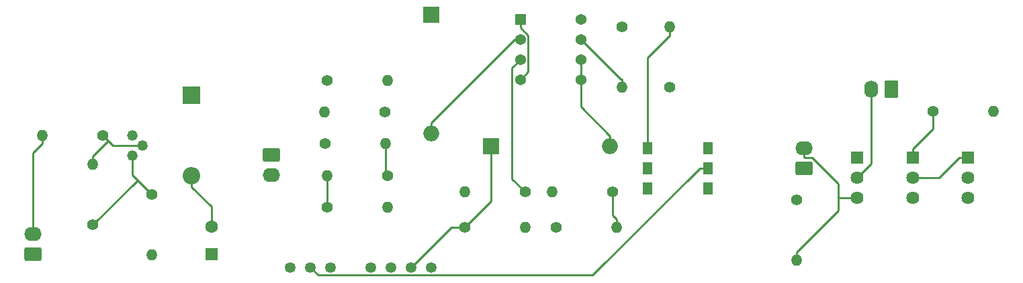
<source format=gbr>
%TF.GenerationSoftware,KiCad,Pcbnew,(6.0.2)*%
%TF.CreationDate,2022-03-20T13:20:32+09:00*%
%TF.ProjectId,TSAL&VOLTAGE_INDICATOR (1),5453414c-2656-44f4-9c54-4147455f494e,rev?*%
%TF.SameCoordinates,Original*%
%TF.FileFunction,Copper,L2,Bot*%
%TF.FilePolarity,Positive*%
%FSLAX46Y46*%
G04 Gerber Fmt 4.6, Leading zero omitted, Abs format (unit mm)*
G04 Created by KiCad (PCBNEW (6.0.2)) date 2022-03-20 13:20:32*
%MOMM*%
%LPD*%
G01*
G04 APERTURE LIST*
G04 Aperture macros list*
%AMRoundRect*
0 Rectangle with rounded corners*
0 $1 Rounding radius*
0 $2 $3 $4 $5 $6 $7 $8 $9 X,Y pos of 4 corners*
0 Add a 4 corners polygon primitive as box body*
4,1,4,$2,$3,$4,$5,$6,$7,$8,$9,$2,$3,0*
0 Add four circle primitives for the rounded corners*
1,1,$1+$1,$2,$3*
1,1,$1+$1,$4,$5*
1,1,$1+$1,$6,$7*
1,1,$1+$1,$8,$9*
0 Add four rect primitives between the rounded corners*
20,1,$1+$1,$2,$3,$4,$5,0*
20,1,$1+$1,$4,$5,$6,$7,0*
20,1,$1+$1,$6,$7,$8,$9,0*
20,1,$1+$1,$8,$9,$2,$3,0*%
G04 Aperture macros list end*
%TA.AperFunction,ComponentPad*%
%ADD10RoundRect,0.250000X0.620000X0.845000X-0.620000X0.845000X-0.620000X-0.845000X0.620000X-0.845000X0*%
%TD*%
%TA.AperFunction,ComponentPad*%
%ADD11O,1.740000X2.190000*%
%TD*%
%TA.AperFunction,ComponentPad*%
%ADD12C,1.350000*%
%TD*%
%TA.AperFunction,ComponentPad*%
%ADD13C,1.400000*%
%TD*%
%TA.AperFunction,ComponentPad*%
%ADD14O,1.400000X1.400000*%
%TD*%
%TA.AperFunction,ComponentPad*%
%ADD15RoundRect,0.250000X0.845000X-0.620000X0.845000X0.620000X-0.845000X0.620000X-0.845000X-0.620000X0*%
%TD*%
%TA.AperFunction,ComponentPad*%
%ADD16O,2.190000X1.740000*%
%TD*%
%TA.AperFunction,ComponentPad*%
%ADD17R,2.000000X2.000000*%
%TD*%
%TA.AperFunction,ComponentPad*%
%ADD18O,2.000000X2.000000*%
%TD*%
%TA.AperFunction,ComponentPad*%
%ADD19R,1.625600X1.625600*%
%TD*%
%TA.AperFunction,ComponentPad*%
%ADD20C,1.625600*%
%TD*%
%TA.AperFunction,ComponentPad*%
%ADD21R,1.295400X1.498600*%
%TD*%
%TA.AperFunction,ComponentPad*%
%ADD22R,1.600000X1.600000*%
%TD*%
%TA.AperFunction,ComponentPad*%
%ADD23C,1.600000*%
%TD*%
%TA.AperFunction,ComponentPad*%
%ADD24RoundRect,0.250000X-0.845000X0.620000X-0.845000X-0.620000X0.845000X-0.620000X0.845000X0.620000X0*%
%TD*%
%TA.AperFunction,ComponentPad*%
%ADD25C,1.320800*%
%TD*%
%TA.AperFunction,ComponentPad*%
%ADD26R,1.371600X1.371600*%
%TD*%
%TA.AperFunction,ComponentPad*%
%ADD27C,1.371600*%
%TD*%
%TA.AperFunction,ComponentPad*%
%ADD28R,2.200000X2.200000*%
%TD*%
%TA.AperFunction,ComponentPad*%
%ADD29O,2.200000X2.200000*%
%TD*%
%TA.AperFunction,Conductor*%
%ADD30C,0.250000*%
%TD*%
G04 APERTURE END LIST*
D10*
%TO.P,J2[GRN LED],1,Pin_1*%
%TO.N,/LV_ACTIVE_LIGHT*%
X166000000Y-111000000D03*
D11*
%TO.P,J2[GRN LED],2,Pin_2*%
%TO.N,/HV_ACTIVE_LIGHT*%
X163460000Y-111000000D03*
%TD*%
D12*
%TO.P,PS1,1,-VIN*%
%TO.N,GND*%
X90220000Y-133512500D03*
%TO.P,PS1,2,+VIN*%
%TO.N,/LV*%
X92760000Y-133512500D03*
%TO.P,PS1,3,R.C.*%
%TO.N,unconnected-(PS1-Pad3)*%
X95300000Y-133512500D03*
%TO.P,PS1,4*%
%TO.N,N/C*%
X100380000Y-133512500D03*
%TO.P,PS1,5,N.C._1*%
%TO.N,unconnected-(PS1-Pad5)*%
X102920000Y-133512500D03*
%TO.P,PS1,6,+VOUT*%
%TO.N,Net-(C2-Pad1)*%
X105460000Y-133512500D03*
%TO.P,PS1,7,-VOUT*%
%TO.N,/BATT-*%
X108000000Y-133512500D03*
%TD*%
D13*
%TO.P,R13,1*%
%TO.N,/LV*%
X171190000Y-113810000D03*
D14*
%TO.P,R13,2*%
%TO.N,Net-(Q1-Pad1)*%
X178810000Y-113810000D03*
%TD*%
D13*
%TO.P,R15,1*%
%TO.N,Net-(R14-Pad1)*%
X65278600Y-128153000D03*
D14*
%TO.P,R15,2*%
%TO.N,Net-(R15-Pad2)*%
X65278600Y-120533000D03*
%TD*%
D13*
%TO.P,R11,1*%
%TO.N,Net-(R10-Pad2)*%
X138000000Y-110810000D03*
D14*
%TO.P,R11,2*%
%TO.N,Net-(R11-Pad2)*%
X138000000Y-103190000D03*
%TD*%
D15*
%TO.P,D3,1,K*%
%TO.N,/BATT-*%
X57778600Y-131843000D03*
D16*
%TO.P,D3,2,A*%
%TO.N,Net-(D3-Pad2)*%
X57778600Y-129303000D03*
%TD*%
D13*
%TO.P,R10,1*%
%TO.N,Net-(C2-Pad1)*%
X132000000Y-103190000D03*
D14*
%TO.P,R10,2*%
%TO.N,Net-(R10-Pad2)*%
X132000000Y-110810000D03*
%TD*%
D15*
%TO.P,D4,1,K*%
%TO.N,/LV*%
X155000000Y-121000000D03*
D16*
%TO.P,D4,2,A*%
%TO.N,GND*%
X155000000Y-118460000D03*
%TD*%
D13*
%TO.P,R_Sense1,1*%
%TO.N,Net-(R15-Pad2)*%
X66588600Y-116843000D03*
D14*
%TO.P,R_Sense1,2*%
%TO.N,Net-(D3-Pad2)*%
X58968600Y-116843000D03*
%TD*%
D13*
%TO.P,R5,1*%
%TO.N,Net-(C1-Pad2)*%
X94810000Y-125917500D03*
D14*
%TO.P,R5,2*%
%TO.N,/BATT-*%
X102430000Y-125917500D03*
%TD*%
D13*
%TO.P,R9,1*%
%TO.N,Net-(C1-Pad1)*%
X119810000Y-124000000D03*
D14*
%TO.P,R9,2*%
%TO.N,/BATT-*%
X112190000Y-124000000D03*
%TD*%
D17*
%TO.P,C2,1*%
%TO.N,Net-(C2-Pad1)*%
X115500000Y-118242500D03*
D18*
%TO.P,C2,2*%
%TO.N,Net-(C2-Pad2)*%
X130500000Y-118242500D03*
%TD*%
D19*
%TO.P,Q3,1,G*%
%TO.N,/LV*%
X161647700Y-119693600D03*
D20*
%TO.P,Q3,2,D*%
%TO.N,/HV_ACTIVE_LIGHT*%
X161647700Y-122233600D03*
%TO.P,Q3,3,S*%
%TO.N,GND*%
X161647700Y-124773600D03*
%TD*%
D13*
%TO.P,R1,1*%
%TO.N,/BATT+*%
X94810000Y-109917500D03*
D14*
%TO.P,R1,2*%
%TO.N,Net-(R1-Pad2)*%
X102430000Y-109917500D03*
%TD*%
D13*
%TO.P,R7,1*%
%TO.N,Net-(R6-Pad2)*%
X123690000Y-128500000D03*
D14*
%TO.P,R7,2*%
%TO.N,Net-(R7-Pad2)*%
X131310000Y-128500000D03*
%TD*%
D13*
%TO.P,R2,1*%
%TO.N,Net-(R1-Pad2)*%
X102120000Y-113917500D03*
D14*
%TO.P,R2,2*%
%TO.N,Net-(R2-Pad2)*%
X94500000Y-113917500D03*
%TD*%
D13*
%TO.P,R6,1*%
%TO.N,Net-(C2-Pad1)*%
X112190000Y-128500000D03*
D14*
%TO.P,R6,2*%
%TO.N,Net-(R6-Pad2)*%
X119810000Y-128500000D03*
%TD*%
D17*
%TO.P,C1,1*%
%TO.N,Net-(C1-Pad1)*%
X107950000Y-101600000D03*
D18*
%TO.P,C1,2*%
%TO.N,Net-(C1-Pad2)*%
X107950000Y-116600000D03*
%TD*%
D19*
%TO.P,Q1,1,G*%
%TO.N,Net-(Q1-Pad1)*%
X175647700Y-119693600D03*
D20*
%TO.P,Q1,2,D*%
%TO.N,/LV_ACTIVE_LIGHT*%
X175647700Y-122233600D03*
%TO.P,Q1,3,S*%
%TO.N,GND*%
X175647700Y-124773600D03*
%TD*%
D21*
%TO.P,U2,1*%
%TO.N,Net-(R11-Pad2)*%
X135190000Y-118460000D03*
%TO.P,U2,2*%
%TO.N,/BATT-*%
X135190000Y-121000000D03*
%TO.P,U2,3,NC*%
%TO.N,unconnected-(U2-Pad3)*%
X135190000Y-123540000D03*
%TO.P,U2,4*%
%TO.N,Net-(R12-Pad1)*%
X142810000Y-123540000D03*
%TO.P,U2,5*%
%TO.N,/LV*%
X142810000Y-121000000D03*
%TO.P,U2,6*%
%TO.N,unconnected-(U2-Pad6)*%
X142810000Y-118460000D03*
%TD*%
D13*
%TO.P,R14,1*%
%TO.N,Net-(R14-Pad1)*%
X72778600Y-124343000D03*
D14*
%TO.P,R14,2*%
%TO.N,/BATT-*%
X72778600Y-131963000D03*
%TD*%
D19*
%TO.P,Q2,1,G*%
%TO.N,/LV*%
X168647700Y-119693600D03*
D20*
%TO.P,Q2,2,D*%
%TO.N,Net-(Q1-Pad1)*%
X168647700Y-122233600D03*
%TO.P,Q2,3,S*%
%TO.N,GND*%
X168647700Y-124773600D03*
%TD*%
D13*
%TO.P,R8,1*%
%TO.N,Net-(R7-Pad2)*%
X130810000Y-124000000D03*
D14*
%TO.P,R8,2*%
%TO.N,Net-(C1-Pad1)*%
X123190000Y-124000000D03*
%TD*%
D22*
%TO.P,C3,1*%
%TO.N,/BATT-*%
X80278600Y-131843000D03*
D23*
%TO.P,C3,2*%
%TO.N,Net-(C3-Pad2)*%
X80278600Y-128343000D03*
%TD*%
D24*
%TO.P,J1,1,Pin_1*%
%TO.N,/BATT+*%
X87778600Y-119343000D03*
D16*
%TO.P,J1,2,Pin_2*%
%TO.N,/BATT-*%
X87778600Y-121883000D03*
%TD*%
D25*
%TO.P,U3,1,IN*%
%TO.N,Net-(C3-Pad2)*%
X70278600Y-116843000D03*
%TO.P,U3,2,OUT*%
%TO.N,Net-(R15-Pad2)*%
X71548600Y-118113000D03*
%TO.P,U3,3,ADJ*%
%TO.N,Net-(R14-Pad1)*%
X70278600Y-119383000D03*
%TD*%
D26*
%TO.P,U1,1,GND*%
%TO.N,/BATT-*%
X119190000Y-102190000D03*
D27*
%TO.P,U1,2,+*%
%TO.N,Net-(C1-Pad2)*%
X119190000Y-104730000D03*
%TO.P,U1,3,-*%
%TO.N,Net-(C1-Pad1)*%
X119190000Y-107270000D03*
%TO.P,U1,4,V-*%
%TO.N,/BATT-*%
X119190000Y-109810000D03*
%TO.P,U1,5,BAL*%
%TO.N,Net-(C2-Pad2)*%
X126810000Y-109810000D03*
%TO.P,U1,6,STRB*%
X126810000Y-107270000D03*
%TO.P,U1,7*%
%TO.N,Net-(R10-Pad2)*%
X126810000Y-104730000D03*
%TO.P,U1,8,V+*%
%TO.N,Net-(C2-Pad1)*%
X126810000Y-102190000D03*
%TD*%
D28*
%TO.P,D2,1,K*%
%TO.N,/BATT+*%
X77778600Y-111763000D03*
D29*
%TO.P,D2,2,A*%
%TO.N,Net-(C3-Pad2)*%
X77778600Y-121923000D03*
%TD*%
D13*
%TO.P,R3,1*%
%TO.N,Net-(R2-Pad2)*%
X94620000Y-117917500D03*
D14*
%TO.P,R3,2*%
%TO.N,Net-(R3-Pad2)*%
X102240000Y-117917500D03*
%TD*%
D13*
%TO.P,R12,1*%
%TO.N,Net-(R12-Pad1)*%
X154000000Y-125000000D03*
D14*
%TO.P,R12,2*%
%TO.N,GND*%
X154000000Y-132620000D03*
%TD*%
D13*
%TO.P,R4,1*%
%TO.N,Net-(R3-Pad2)*%
X102430000Y-121917500D03*
D14*
%TO.P,R4,2*%
%TO.N,Net-(C1-Pad2)*%
X94810000Y-121917500D03*
%TD*%
D30*
%TO.N,Net-(R3-Pad2)*%
X102240000Y-121727500D02*
X102240000Y-117917500D01*
X102430000Y-121917500D02*
X102240000Y-121727500D01*
%TO.N,Net-(C1-Pad2)*%
X107950000Y-116600000D02*
X107950000Y-115274700D01*
X107950000Y-115274700D02*
X118494700Y-104730000D01*
X118494700Y-104730000D02*
X119190000Y-104730000D01*
X94810000Y-121917500D02*
X94810000Y-125917500D01*
%TO.N,Net-(C2-Pad1)*%
X112190000Y-128500000D02*
X110472500Y-128500000D01*
X112190000Y-128500000D02*
X115500000Y-125190000D01*
X115500000Y-125190000D02*
X115500000Y-118242500D01*
X110472500Y-128500000D02*
X105460000Y-133512500D01*
%TO.N,Net-(R7-Pad2)*%
X130810000Y-124000000D02*
X130810000Y-126974700D01*
X131310000Y-128500000D02*
X131310000Y-127474700D01*
X130810000Y-126974700D02*
X131310000Y-127474700D01*
%TO.N,Net-(C1-Pad1)*%
X118161400Y-122351400D02*
X119810000Y-124000000D01*
X119190000Y-107270000D02*
X118161400Y-108298600D01*
X118161400Y-108298600D02*
X118161400Y-122351400D01*
%TO.N,Net-(R10-Pad2)*%
X131864700Y-109784700D02*
X132000000Y-109784700D01*
X126810000Y-104730000D02*
X131864700Y-109784700D01*
X132000000Y-110810000D02*
X132000000Y-109784700D01*
%TO.N,Net-(R11-Pad2)*%
X135190000Y-118460000D02*
X135190000Y-107025300D01*
X135190000Y-107025300D02*
X138000000Y-104215300D01*
X138000000Y-103190000D02*
X138000000Y-104215300D01*
%TO.N,GND*%
X155000000Y-118460000D02*
X155000000Y-119655300D01*
X159275800Y-124773600D02*
X159275800Y-122959900D01*
X159275800Y-122959900D02*
X155971200Y-119655300D01*
X159275800Y-124773600D02*
X161647700Y-124773600D01*
X154000000Y-131594700D02*
X159275800Y-126318900D01*
X155971200Y-119655300D02*
X155000000Y-119655300D01*
X154000000Y-132620000D02*
X154000000Y-131594700D01*
X159275800Y-126318900D02*
X159275800Y-124773600D01*
%TO.N,/LV*%
X128320200Y-134516800D02*
X93764300Y-134516800D01*
X171190000Y-116013200D02*
X171190000Y-113810000D01*
X142810000Y-121000000D02*
X141837000Y-121000000D01*
X168647700Y-119693600D02*
X168647700Y-118555500D01*
X141837000Y-121000000D02*
X128320200Y-134516800D01*
X93764300Y-134516800D02*
X92760000Y-133512500D01*
X168647700Y-118555500D02*
X171190000Y-116013200D01*
%TO.N,Net-(Q1-Pad1)*%
X168647700Y-122233600D02*
X171969600Y-122233600D01*
X175647700Y-119693600D02*
X174509600Y-119693600D01*
X171969600Y-122233600D02*
X174509600Y-119693600D01*
%TO.N,Net-(R14-Pad1)*%
X70933600Y-122498000D02*
X70278600Y-121843000D01*
X70278600Y-121843000D02*
X70278600Y-119383000D01*
X72778600Y-124343000D02*
X70933600Y-122498000D01*
X65278600Y-128153000D02*
X70933600Y-122498000D01*
%TO.N,Net-(R15-Pad2)*%
X65278600Y-120533000D02*
X65278600Y-119507700D01*
X66588600Y-116843000D02*
X67266000Y-117520300D01*
X67266000Y-117520300D02*
X65278600Y-119507700D01*
X67858600Y-118113000D02*
X71548600Y-118113000D01*
X67266000Y-117520300D02*
X67858600Y-118113000D01*
%TO.N,Net-(D3-Pad2)*%
X58968600Y-116843000D02*
X58968600Y-117868300D01*
X58968600Y-117868300D02*
X57778600Y-119058300D01*
X57778600Y-119058300D02*
X57778600Y-129303000D01*
%TO.N,Net-(C3-Pad2)*%
X80278600Y-125848300D02*
X80278600Y-128343000D01*
X77778600Y-123348300D02*
X80278600Y-125848300D01*
X77778600Y-121923000D02*
X77778600Y-123348300D01*
%TO.N,Net-(C2-Pad2)*%
X126810000Y-107270000D02*
X126810000Y-109810000D01*
X130500000Y-118242500D02*
X130500000Y-116917200D01*
X126810000Y-109810000D02*
X126810000Y-113227200D01*
X126810000Y-113227200D02*
X130500000Y-116917200D01*
%TO.N,/HV_ACTIVE_LIGHT*%
X163460000Y-120421300D02*
X163460000Y-111000000D01*
X161647700Y-122233600D02*
X163460000Y-120421300D01*
%TO.N,/BATT-*%
X119190000Y-109810000D02*
X120201100Y-108798900D01*
X120201100Y-104212200D02*
X119190000Y-103201100D01*
X119190000Y-102190000D02*
X119190000Y-103201100D01*
X120201100Y-108798900D02*
X120201100Y-104212200D01*
%TD*%
M02*

</source>
